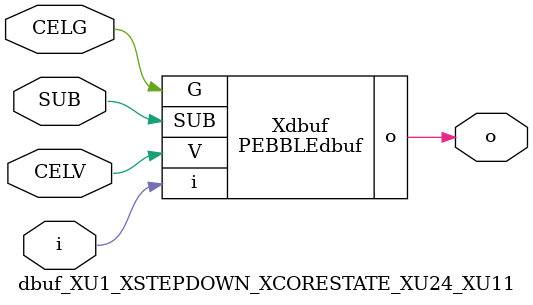
<source format=v>



module PEBBLEdbuf ( o, G, SUB, V, i );

  input V;
  input i;
  input G;
  output o;
  input SUB;
endmodule

//Celera Confidential Do Not Copy dbuf_XU1_XSTEPDOWN_XCORESTATE_XU24_XU11
//Celera Confidential Symbol Generator
//Digital Buffer
module dbuf_XU1_XSTEPDOWN_XCORESTATE_XU24_XU11 (CELV,CELG,i,o,SUB);
input CELV;
input CELG;
input i;
input SUB;
output o;

//Celera Confidential Do Not Copy dbuf
PEBBLEdbuf Xdbuf(
.V (CELV),
.i (i),
.o (o),
.SUB (SUB),
.G (CELG)
);
//,diesize,PEBBLEdbuf

//Celera Confidential Do Not Copy Module End
//Celera Schematic Generator
endmodule

</source>
